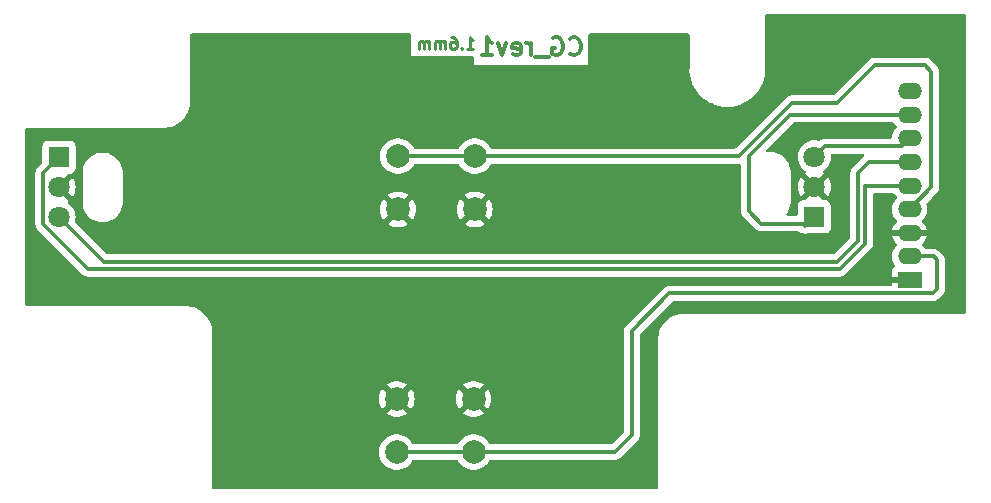
<source format=gbr>
%TF.GenerationSoftware,KiCad,Pcbnew,8.0.4*%
%TF.CreationDate,2024-08-22T22:39:25+01:00*%
%TF.ProjectId,XBox button board_no_LAN-HDD,58426f78-2062-4757-9474-6f6e20626f61,rev?*%
%TF.SameCoordinates,Original*%
%TF.FileFunction,Copper,L2,Bot*%
%TF.FilePolarity,Positive*%
%FSLAX46Y46*%
G04 Gerber Fmt 4.6, Leading zero omitted, Abs format (unit mm)*
G04 Created by KiCad (PCBNEW 8.0.4) date 2024-08-22 22:39:25*
%MOMM*%
%LPD*%
G01*
G04 APERTURE LIST*
%ADD10C,0.300000*%
%TA.AperFunction,NonConductor*%
%ADD11C,0.300000*%
%TD*%
%ADD12C,0.250000*%
%TA.AperFunction,NonConductor*%
%ADD13C,0.250000*%
%TD*%
%TA.AperFunction,ComponentPad*%
%ADD14C,2.000000*%
%TD*%
%TA.AperFunction,ComponentPad*%
%ADD15R,1.800000X1.800000*%
%TD*%
%TA.AperFunction,ComponentPad*%
%ADD16C,1.800000*%
%TD*%
%TA.AperFunction,ComponentPad*%
%ADD17R,2.000000X1.400000*%
%TD*%
%TA.AperFunction,ComponentPad*%
%ADD18O,2.000000X1.400000*%
%TD*%
%TA.AperFunction,Conductor*%
%ADD19C,0.300000*%
%TD*%
G04 APERTURE END LIST*
D10*
D11*
X155549176Y-81507971D02*
X155620604Y-81579400D01*
X155620604Y-81579400D02*
X155834890Y-81650828D01*
X155834890Y-81650828D02*
X155977747Y-81650828D01*
X155977747Y-81650828D02*
X156192033Y-81579400D01*
X156192033Y-81579400D02*
X156334890Y-81436542D01*
X156334890Y-81436542D02*
X156406319Y-81293685D01*
X156406319Y-81293685D02*
X156477747Y-81007971D01*
X156477747Y-81007971D02*
X156477747Y-80793685D01*
X156477747Y-80793685D02*
X156406319Y-80507971D01*
X156406319Y-80507971D02*
X156334890Y-80365114D01*
X156334890Y-80365114D02*
X156192033Y-80222257D01*
X156192033Y-80222257D02*
X155977747Y-80150828D01*
X155977747Y-80150828D02*
X155834890Y-80150828D01*
X155834890Y-80150828D02*
X155620604Y-80222257D01*
X155620604Y-80222257D02*
X155549176Y-80293685D01*
X154120604Y-80222257D02*
X154263462Y-80150828D01*
X154263462Y-80150828D02*
X154477747Y-80150828D01*
X154477747Y-80150828D02*
X154692033Y-80222257D01*
X154692033Y-80222257D02*
X154834890Y-80365114D01*
X154834890Y-80365114D02*
X154906319Y-80507971D01*
X154906319Y-80507971D02*
X154977747Y-80793685D01*
X154977747Y-80793685D02*
X154977747Y-81007971D01*
X154977747Y-81007971D02*
X154906319Y-81293685D01*
X154906319Y-81293685D02*
X154834890Y-81436542D01*
X154834890Y-81436542D02*
X154692033Y-81579400D01*
X154692033Y-81579400D02*
X154477747Y-81650828D01*
X154477747Y-81650828D02*
X154334890Y-81650828D01*
X154334890Y-81650828D02*
X154120604Y-81579400D01*
X154120604Y-81579400D02*
X154049176Y-81507971D01*
X154049176Y-81507971D02*
X154049176Y-81007971D01*
X154049176Y-81007971D02*
X154334890Y-81007971D01*
X153763462Y-81793685D02*
X152620604Y-81793685D01*
X152263462Y-81650828D02*
X152263462Y-80650828D01*
X152263462Y-80936542D02*
X152192033Y-80793685D01*
X152192033Y-80793685D02*
X152120605Y-80722257D01*
X152120605Y-80722257D02*
X151977747Y-80650828D01*
X151977747Y-80650828D02*
X151834890Y-80650828D01*
X150763462Y-81579400D02*
X150906319Y-81650828D01*
X150906319Y-81650828D02*
X151192034Y-81650828D01*
X151192034Y-81650828D02*
X151334891Y-81579400D01*
X151334891Y-81579400D02*
X151406319Y-81436542D01*
X151406319Y-81436542D02*
X151406319Y-80865114D01*
X151406319Y-80865114D02*
X151334891Y-80722257D01*
X151334891Y-80722257D02*
X151192034Y-80650828D01*
X151192034Y-80650828D02*
X150906319Y-80650828D01*
X150906319Y-80650828D02*
X150763462Y-80722257D01*
X150763462Y-80722257D02*
X150692034Y-80865114D01*
X150692034Y-80865114D02*
X150692034Y-81007971D01*
X150692034Y-81007971D02*
X151406319Y-81150828D01*
X150192034Y-80650828D02*
X149834891Y-81650828D01*
X149834891Y-81650828D02*
X149477748Y-80650828D01*
X148120605Y-81650828D02*
X148977748Y-81650828D01*
X148549177Y-81650828D02*
X148549177Y-80150828D01*
X148549177Y-80150828D02*
X148692034Y-80365114D01*
X148692034Y-80365114D02*
X148834891Y-80507971D01*
X148834891Y-80507971D02*
X148977748Y-80579400D01*
D12*
D13*
X146823622Y-81114619D02*
X147395050Y-81114619D01*
X147109336Y-81114619D02*
X147109336Y-80114619D01*
X147109336Y-80114619D02*
X147204574Y-80257476D01*
X147204574Y-80257476D02*
X147299812Y-80352714D01*
X147299812Y-80352714D02*
X147395050Y-80400333D01*
X146395050Y-81019380D02*
X146347431Y-81067000D01*
X146347431Y-81067000D02*
X146395050Y-81114619D01*
X146395050Y-81114619D02*
X146442669Y-81067000D01*
X146442669Y-81067000D02*
X146395050Y-81019380D01*
X146395050Y-81019380D02*
X146395050Y-81114619D01*
X145490289Y-80114619D02*
X145680765Y-80114619D01*
X145680765Y-80114619D02*
X145776003Y-80162238D01*
X145776003Y-80162238D02*
X145823622Y-80209857D01*
X145823622Y-80209857D02*
X145918860Y-80352714D01*
X145918860Y-80352714D02*
X145966479Y-80543190D01*
X145966479Y-80543190D02*
X145966479Y-80924142D01*
X145966479Y-80924142D02*
X145918860Y-81019380D01*
X145918860Y-81019380D02*
X145871241Y-81067000D01*
X145871241Y-81067000D02*
X145776003Y-81114619D01*
X145776003Y-81114619D02*
X145585527Y-81114619D01*
X145585527Y-81114619D02*
X145490289Y-81067000D01*
X145490289Y-81067000D02*
X145442670Y-81019380D01*
X145442670Y-81019380D02*
X145395051Y-80924142D01*
X145395051Y-80924142D02*
X145395051Y-80686047D01*
X145395051Y-80686047D02*
X145442670Y-80590809D01*
X145442670Y-80590809D02*
X145490289Y-80543190D01*
X145490289Y-80543190D02*
X145585527Y-80495571D01*
X145585527Y-80495571D02*
X145776003Y-80495571D01*
X145776003Y-80495571D02*
X145871241Y-80543190D01*
X145871241Y-80543190D02*
X145918860Y-80590809D01*
X145918860Y-80590809D02*
X145966479Y-80686047D01*
X144966479Y-81114619D02*
X144966479Y-80447952D01*
X144966479Y-80543190D02*
X144918860Y-80495571D01*
X144918860Y-80495571D02*
X144823622Y-80447952D01*
X144823622Y-80447952D02*
X144680765Y-80447952D01*
X144680765Y-80447952D02*
X144585527Y-80495571D01*
X144585527Y-80495571D02*
X144537908Y-80590809D01*
X144537908Y-80590809D02*
X144537908Y-81114619D01*
X144537908Y-80590809D02*
X144490289Y-80495571D01*
X144490289Y-80495571D02*
X144395051Y-80447952D01*
X144395051Y-80447952D02*
X144252194Y-80447952D01*
X144252194Y-80447952D02*
X144156955Y-80495571D01*
X144156955Y-80495571D02*
X144109336Y-80590809D01*
X144109336Y-80590809D02*
X144109336Y-81114619D01*
X143633146Y-81114619D02*
X143633146Y-80447952D01*
X143633146Y-80543190D02*
X143585527Y-80495571D01*
X143585527Y-80495571D02*
X143490289Y-80447952D01*
X143490289Y-80447952D02*
X143347432Y-80447952D01*
X143347432Y-80447952D02*
X143252194Y-80495571D01*
X143252194Y-80495571D02*
X143204575Y-80590809D01*
X143204575Y-80590809D02*
X143204575Y-81114619D01*
X143204575Y-80590809D02*
X143156956Y-80495571D01*
X143156956Y-80495571D02*
X143061718Y-80447952D01*
X143061718Y-80447952D02*
X142918861Y-80447952D01*
X142918861Y-80447952D02*
X142823622Y-80495571D01*
X142823622Y-80495571D02*
X142776003Y-80590809D01*
X142776003Y-80590809D02*
X142776003Y-81114619D01*
D14*
%TO.P,EJECT,1,1*%
%TO.N,GND*%
X147510830Y-94700000D03*
X141010830Y-94700000D03*
%TO.P,EJECT,2,2*%
%TO.N,Net-(J1-Pin_4)*%
X147510830Y-90200000D03*
X141010830Y-90200000D03*
%TD*%
D15*
%TO.P,D1,1,A1*%
%TO.N,Net-(D1-A1)*%
X112308830Y-90279000D03*
D16*
%TO.P,D1,2,K*%
%TO.N,GND*%
X112308830Y-92819000D03*
%TO.P,D1,3,A2*%
%TO.N,Net-(D1-A2)*%
X112308830Y-95359000D03*
%TD*%
D17*
%TO.P,J1,1,Pin_1*%
%TO.N,GND*%
X184317830Y-100693000D03*
D18*
%TO.P,J1,2,Pin_2*%
%TO.N,Net-(J1-Pin_2)*%
X184317830Y-98693000D03*
%TO.P,J1,3,Pin_3*%
%TO.N,GND*%
X184317830Y-96693000D03*
%TO.P,J1,4,Pin_4*%
%TO.N,Net-(J1-Pin_4)*%
X184317830Y-94693000D03*
%TO.P,J1,5,Pin_5*%
%TO.N,Net-(D1-A1)*%
X184317830Y-92693000D03*
%TO.P,J1,6,Pin_6*%
%TO.N,Net-(D1-A2)*%
X184317830Y-90693000D03*
%TO.P,J1,7,Pin_7*%
%TO.N,Net-(D2-A2)*%
X184317830Y-88693000D03*
%TO.P,J1,8,Pin_8*%
%TO.N,Net-(D2-A1)*%
X184317830Y-86693000D03*
%TO.P,J1,9,Pin_9*%
%TO.N,unconnected-(J1-Pin_9-Pad9)*%
X184317830Y-84693000D03*
%TD*%
D14*
%TO.P,POWER,1,1*%
%TO.N,GND*%
X140910830Y-110750000D03*
X147410830Y-110750000D03*
%TO.P,POWER,2,2*%
%TO.N,Net-(J1-Pin_2)*%
X140910830Y-115250000D03*
X147410830Y-115250000D03*
%TD*%
D15*
%TO.P,D2,1,A1*%
%TO.N,Net-(D2-A1)*%
X176250000Y-95330000D03*
D16*
%TO.P,D2,2,K*%
%TO.N,GND*%
X176250000Y-92790000D03*
%TO.P,D2,3,A2*%
%TO.N,Net-(D2-A2)*%
X176250000Y-90250000D03*
%TD*%
D19*
%TO.N,Net-(D1-A1)*%
X110958830Y-95918189D02*
X110958830Y-91629000D01*
X178409358Y-99750000D02*
X114790641Y-99750000D01*
X180617830Y-92693000D02*
X180560830Y-92750000D01*
X110958830Y-91629000D02*
X112308830Y-90279000D01*
X114790641Y-99750000D02*
X110958830Y-95918189D01*
X184317830Y-92693000D02*
X180617830Y-92693000D01*
X180560830Y-97598528D02*
X178409358Y-99750000D01*
X180560830Y-92750000D02*
X180560830Y-97598528D01*
%TO.N,Net-(D1-A2)*%
X179960830Y-97350000D02*
X178160830Y-99150000D01*
X180917830Y-90693000D02*
X179960830Y-91650000D01*
X184317830Y-90693000D02*
X180917830Y-90693000D01*
X179960830Y-91650000D02*
X179960830Y-97350000D01*
X178160830Y-99150000D02*
X116099830Y-99150000D01*
X116099830Y-99150000D02*
X112308830Y-95359000D01*
%TO.N,Net-(D2-A1)*%
X175671213Y-95908787D02*
X176250000Y-95330000D01*
X184317830Y-86693000D02*
X174217830Y-86693000D01*
X175500870Y-96100000D02*
X176130592Y-95470278D01*
X175661491Y-96058787D02*
X176250000Y-95470278D01*
X170698169Y-90212661D02*
X170698169Y-94848169D01*
X171758787Y-95908787D02*
X175671213Y-95908787D01*
X174217830Y-86693000D02*
X170698169Y-90212661D01*
X170698169Y-94848169D02*
X171758787Y-95908787D01*
%TO.N,Net-(J1-Pin_4)*%
X184317830Y-94693000D02*
X186160830Y-92850000D01*
X169862302Y-90200000D02*
X147510830Y-90200000D01*
X186160830Y-92850000D02*
X186160830Y-83050000D01*
X178160830Y-85700000D02*
X174362302Y-85700000D01*
X181360830Y-82500000D02*
X178160830Y-85700000D01*
X141010830Y-90200000D02*
X147510830Y-90200000D01*
X186160830Y-83050000D02*
X185610830Y-82500000D01*
X174362302Y-85700000D02*
X169862302Y-90200000D01*
X185610830Y-82500000D02*
X181360830Y-82500000D01*
%TO.N,Net-(J1-Pin_2)*%
X186660830Y-101450000D02*
X186292830Y-101818000D01*
X186353830Y-98693000D02*
X186660830Y-99000000D01*
X163992830Y-101818000D02*
X160810830Y-105000000D01*
X160810830Y-113800000D02*
X159360830Y-115250000D01*
X140910830Y-115250000D02*
X147410830Y-115250000D01*
X160810830Y-105000000D02*
X160810830Y-113800000D01*
X159360830Y-115250000D02*
X147410830Y-115250000D01*
X186292830Y-101818000D02*
X163992830Y-101818000D01*
X186660830Y-99000000D02*
X186660830Y-101450000D01*
X184317830Y-98693000D02*
X186353830Y-98693000D01*
%TO.N,Net-(D2-A2)*%
X184317830Y-88693000D02*
X183642830Y-89368000D01*
X183642830Y-89368000D02*
X177132000Y-89368000D01*
X177132000Y-89368000D02*
X176250000Y-90250000D01*
%TD*%
%TA.AperFunction,Conductor*%
%TO.N,GND*%
G36*
X183010404Y-87363185D02*
G01*
X183043682Y-87394613D01*
X183078168Y-87442079D01*
X183102141Y-87475074D01*
X183232386Y-87605319D01*
X183265871Y-87666642D01*
X183260887Y-87736334D01*
X183232386Y-87780681D01*
X183102142Y-87910924D01*
X183102142Y-87910925D01*
X183102140Y-87910927D01*
X183083737Y-87936257D01*
X182991070Y-88063800D01*
X182905284Y-88232163D01*
X182846889Y-88411881D01*
X182817331Y-88598504D01*
X182816961Y-88603217D01*
X182792083Y-88668508D01*
X182735856Y-88709984D01*
X182693342Y-88717500D01*
X177067929Y-88717500D01*
X176942261Y-88742497D01*
X176942255Y-88742499D01*
X176823870Y-88791535D01*
X176717334Y-88862720D01*
X176713261Y-88866063D01*
X176648948Y-88893369D01*
X176600165Y-88888113D01*
X176599951Y-88888960D01*
X176594987Y-88887703D01*
X176539836Y-88878500D01*
X176366049Y-88849500D01*
X176133951Y-88849500D01*
X176088164Y-88857140D01*
X175905015Y-88887702D01*
X175685504Y-88963061D01*
X175685495Y-88963064D01*
X175481371Y-89073531D01*
X175481365Y-89073535D01*
X175298222Y-89216081D01*
X175298219Y-89216084D01*
X175141016Y-89386852D01*
X175014075Y-89581151D01*
X174920842Y-89793699D01*
X174863866Y-90018691D01*
X174863864Y-90018702D01*
X174844700Y-90249993D01*
X174844700Y-90250006D01*
X174863864Y-90481297D01*
X174863866Y-90481308D01*
X174920842Y-90706300D01*
X175014075Y-90918848D01*
X175141016Y-91113147D01*
X175141019Y-91113151D01*
X175141021Y-91113153D01*
X175298216Y-91283913D01*
X175474777Y-91421335D01*
X175476225Y-91422462D01*
X175517038Y-91479173D01*
X175520713Y-91548946D01*
X175486082Y-91609629D01*
X175476225Y-91618170D01*
X175451201Y-91637646D01*
X175451200Y-91637647D01*
X176161415Y-92347861D01*
X176076306Y-92370667D01*
X175973694Y-92429910D01*
X175889910Y-92513694D01*
X175830667Y-92616306D01*
X175807861Y-92701415D01*
X175098811Y-91992365D01*
X175014516Y-92121390D01*
X174921317Y-92333864D01*
X174864361Y-92558781D01*
X174845202Y-92789994D01*
X174845202Y-92790005D01*
X174864361Y-93021218D01*
X174921317Y-93246135D01*
X175014515Y-93458606D01*
X175098812Y-93587633D01*
X175807861Y-92878584D01*
X175830667Y-92963694D01*
X175889910Y-93066306D01*
X175973694Y-93150090D01*
X176076306Y-93209333D01*
X176161414Y-93232138D01*
X175500371Y-93893181D01*
X175439048Y-93926666D01*
X175412691Y-93929500D01*
X175302130Y-93929500D01*
X175302123Y-93929501D01*
X175242516Y-93935908D01*
X175107671Y-93986202D01*
X175107664Y-93986206D01*
X174992455Y-94072452D01*
X174992452Y-94072455D01*
X174906206Y-94187664D01*
X174906202Y-94187671D01*
X174855908Y-94322517D01*
X174849501Y-94382116D01*
X174849501Y-94382123D01*
X174849500Y-94382135D01*
X174849500Y-95134287D01*
X174829815Y-95201326D01*
X174777011Y-95247081D01*
X174725500Y-95258287D01*
X174018944Y-95258287D01*
X173951905Y-95238602D01*
X173906150Y-95185798D01*
X173896206Y-95116640D01*
X173916488Y-95064438D01*
X174026805Y-94902634D01*
X174137389Y-94673004D01*
X174212513Y-94429458D01*
X174250500Y-94177435D01*
X174250500Y-94050000D01*
X174250500Y-94010118D01*
X174250500Y-91510118D01*
X174250500Y-91422565D01*
X174212513Y-91170542D01*
X174137389Y-90926996D01*
X174107961Y-90865888D01*
X174026809Y-90697373D01*
X174026808Y-90697372D01*
X174026807Y-90697371D01*
X174026805Y-90697366D01*
X173883232Y-90486783D01*
X173709877Y-90299950D01*
X173510612Y-90141041D01*
X173289888Y-90013607D01*
X173052637Y-89920492D01*
X173052630Y-89920490D01*
X172804154Y-89863777D01*
X172550005Y-89844732D01*
X172549995Y-89844732D01*
X172295844Y-89863777D01*
X172289360Y-89865257D01*
X172219621Y-89860981D01*
X172163265Y-89819681D01*
X172138183Y-89754468D01*
X172152340Y-89686048D01*
X172174086Y-89656688D01*
X174450957Y-87379819D01*
X174512280Y-87346334D01*
X174538638Y-87343500D01*
X182943365Y-87343500D01*
X183010404Y-87363185D01*
G37*
%TD.AperFunction*%
%TA.AperFunction,Conductor*%
G36*
X188946334Y-78160493D02*
G01*
X189013371Y-78180179D01*
X189059125Y-78232984D01*
X189070330Y-78284493D01*
X189070330Y-103416500D01*
X189050645Y-103483539D01*
X188997841Y-103529294D01*
X188946330Y-103540500D01*
X165184040Y-103540500D01*
X165183741Y-103540528D01*
X165102724Y-103540528D01*
X164838450Y-103572614D01*
X164838449Y-103572614D01*
X164579992Y-103636314D01*
X164331071Y-103730713D01*
X164095350Y-103854426D01*
X164095338Y-103854433D01*
X163876266Y-104005645D01*
X163677000Y-104182177D01*
X163500469Y-104381437D01*
X163456734Y-104444798D01*
X163349238Y-104600530D01*
X163225529Y-104836235D01*
X163131126Y-105085154D01*
X163067418Y-105343627D01*
X163035330Y-105607892D01*
X163035330Y-118275500D01*
X163015645Y-118342539D01*
X162962841Y-118388294D01*
X162911330Y-118399500D01*
X125374644Y-118399500D01*
X125307605Y-118379815D01*
X125261850Y-118327011D01*
X125250644Y-118275445D01*
X125251376Y-116628827D01*
X125253989Y-110749994D01*
X139405689Y-110749994D01*
X139405689Y-110750005D01*
X139426215Y-110997729D01*
X139426217Y-110997738D01*
X139487242Y-111238717D01*
X139587096Y-111466364D01*
X139687394Y-111619882D01*
X140387042Y-110920234D01*
X140398312Y-110962292D01*
X140470720Y-111087708D01*
X140573122Y-111190110D01*
X140698538Y-111262518D01*
X140740595Y-111273787D01*
X140040772Y-111973609D01*
X140087598Y-112010055D01*
X140087600Y-112010056D01*
X140306215Y-112128364D01*
X140306226Y-112128369D01*
X140541336Y-112209083D01*
X140786537Y-112250000D01*
X141035123Y-112250000D01*
X141280323Y-112209083D01*
X141515433Y-112128369D01*
X141515444Y-112128364D01*
X141734058Y-112010057D01*
X141734061Y-112010055D01*
X141780886Y-111973609D01*
X141081064Y-111273787D01*
X141123122Y-111262518D01*
X141248538Y-111190110D01*
X141350940Y-111087708D01*
X141423348Y-110962292D01*
X141434617Y-110920234D01*
X142134264Y-111619882D01*
X142234561Y-111466369D01*
X142334417Y-111238717D01*
X142395442Y-110997738D01*
X142395444Y-110997729D01*
X142415971Y-110750005D01*
X142415971Y-110749994D01*
X145905689Y-110749994D01*
X145905689Y-110750005D01*
X145926215Y-110997729D01*
X145926217Y-110997738D01*
X145987242Y-111238717D01*
X146087096Y-111466364D01*
X146187394Y-111619882D01*
X146887042Y-110920234D01*
X146898312Y-110962292D01*
X146970720Y-111087708D01*
X147073122Y-111190110D01*
X147198538Y-111262518D01*
X147240595Y-111273787D01*
X146540772Y-111973609D01*
X146587598Y-112010055D01*
X146587600Y-112010056D01*
X146806215Y-112128364D01*
X146806226Y-112128369D01*
X147041336Y-112209083D01*
X147286537Y-112250000D01*
X147535123Y-112250000D01*
X147780323Y-112209083D01*
X148015433Y-112128369D01*
X148015444Y-112128364D01*
X148234058Y-112010057D01*
X148234061Y-112010055D01*
X148280886Y-111973609D01*
X147581064Y-111273787D01*
X147623122Y-111262518D01*
X147748538Y-111190110D01*
X147850940Y-111087708D01*
X147923348Y-110962292D01*
X147934617Y-110920234D01*
X148634264Y-111619882D01*
X148734561Y-111466369D01*
X148834417Y-111238717D01*
X148895442Y-110997738D01*
X148895444Y-110997729D01*
X148915971Y-110750005D01*
X148915971Y-110749994D01*
X148895444Y-110502270D01*
X148895442Y-110502261D01*
X148834417Y-110261282D01*
X148734561Y-110033630D01*
X148634264Y-109880116D01*
X147934617Y-110579764D01*
X147923348Y-110537708D01*
X147850940Y-110412292D01*
X147748538Y-110309890D01*
X147623122Y-110237482D01*
X147581065Y-110226212D01*
X148280887Y-109526390D01*
X148280886Y-109526389D01*
X148234059Y-109489943D01*
X148015444Y-109371635D01*
X148015433Y-109371630D01*
X147780323Y-109290916D01*
X147535123Y-109250000D01*
X147286537Y-109250000D01*
X147041336Y-109290916D01*
X146806226Y-109371630D01*
X146806220Y-109371632D01*
X146587591Y-109489949D01*
X146540772Y-109526388D01*
X146540772Y-109526390D01*
X147240595Y-110226212D01*
X147198538Y-110237482D01*
X147073122Y-110309890D01*
X146970720Y-110412292D01*
X146898312Y-110537708D01*
X146887042Y-110579764D01*
X146187394Y-109880116D01*
X146087097Y-110033632D01*
X145987242Y-110261282D01*
X145926217Y-110502261D01*
X145926215Y-110502270D01*
X145905689Y-110749994D01*
X142415971Y-110749994D01*
X142395444Y-110502270D01*
X142395442Y-110502261D01*
X142334417Y-110261282D01*
X142234561Y-110033630D01*
X142134264Y-109880116D01*
X141434617Y-110579764D01*
X141423348Y-110537708D01*
X141350940Y-110412292D01*
X141248538Y-110309890D01*
X141123122Y-110237482D01*
X141081065Y-110226212D01*
X141780887Y-109526390D01*
X141780886Y-109526389D01*
X141734059Y-109489943D01*
X141515444Y-109371635D01*
X141515433Y-109371630D01*
X141280323Y-109290916D01*
X141035123Y-109250000D01*
X140786537Y-109250000D01*
X140541336Y-109290916D01*
X140306226Y-109371630D01*
X140306220Y-109371632D01*
X140087591Y-109489949D01*
X140040772Y-109526388D01*
X140040772Y-109526390D01*
X140740595Y-110226212D01*
X140698538Y-110237482D01*
X140573122Y-110309890D01*
X140470720Y-110412292D01*
X140398312Y-110537708D01*
X140387042Y-110579764D01*
X139687394Y-109880116D01*
X139587097Y-110033632D01*
X139487242Y-110261282D01*
X139426217Y-110502261D01*
X139426215Y-110502270D01*
X139405689Y-110749994D01*
X125253989Y-110749994D01*
X125256518Y-105061196D01*
X125256516Y-105061192D01*
X125256522Y-105049366D01*
X125256520Y-105049351D01*
X125256554Y-104967892D01*
X125224546Y-104703450D01*
X125221696Y-104691873D01*
X125160880Y-104444802D01*
X125160879Y-104444801D01*
X125160879Y-104444798D01*
X125066482Y-104195712D01*
X124942734Y-103959830D01*
X124869995Y-103854426D01*
X124791439Y-103740592D01*
X124791438Y-103740591D01*
X124614811Y-103541203D01*
X124415421Y-103364569D01*
X124196185Y-103213275D01*
X123960303Y-103089523D01*
X123711224Y-102995127D01*
X123452570Y-102931457D01*
X123452564Y-102931456D01*
X123188134Y-102899447D01*
X123188129Y-102899447D01*
X123187559Y-102899447D01*
X123109275Y-102899478D01*
X123109264Y-102899477D01*
X123064268Y-102899495D01*
X123064269Y-102899496D01*
X123054943Y-102899500D01*
X123015061Y-102899516D01*
X123015061Y-102899517D01*
X123015059Y-102899517D01*
X122632436Y-102899683D01*
X109585384Y-102905358D01*
X109518336Y-102885703D01*
X109472558Y-102832919D01*
X109461330Y-102781358D01*
X109461330Y-91564928D01*
X110308330Y-91564928D01*
X110308330Y-95982258D01*
X110319007Y-96035930D01*
X110319007Y-96035933D01*
X110333327Y-96107925D01*
X110333329Y-96107933D01*
X110371464Y-96200000D01*
X110382365Y-96226316D01*
X110426921Y-96293000D01*
X110453556Y-96332862D01*
X114375967Y-100255273D01*
X114375970Y-100255275D01*
X114375972Y-100255277D01*
X114482514Y-100326465D01*
X114600897Y-100375501D01*
X114600901Y-100375501D01*
X114600902Y-100375502D01*
X114726569Y-100400500D01*
X114726572Y-100400500D01*
X178473429Y-100400500D01*
X178557973Y-100383682D01*
X178599102Y-100375501D01*
X178717485Y-100326465D01*
X178824027Y-100255277D01*
X181066107Y-98013197D01*
X181137295Y-97906655D01*
X181186331Y-97788272D01*
X181196733Y-97735981D01*
X181211330Y-97662599D01*
X181211330Y-93467500D01*
X181231015Y-93400461D01*
X181283819Y-93354706D01*
X181335330Y-93343500D01*
X182943365Y-93343500D01*
X183010404Y-93363185D01*
X183043682Y-93394613D01*
X183076616Y-93439943D01*
X183102141Y-93475074D01*
X183232386Y-93605319D01*
X183265871Y-93666642D01*
X183260887Y-93736334D01*
X183232386Y-93780681D01*
X183102142Y-93910924D01*
X183102142Y-93910925D01*
X183102140Y-93910927D01*
X183067576Y-93958500D01*
X182991070Y-94063800D01*
X182905284Y-94232163D01*
X182846889Y-94411881D01*
X182817330Y-94598513D01*
X182817330Y-94787486D01*
X182846889Y-94974118D01*
X182905284Y-95153836D01*
X182958505Y-95258287D01*
X182991070Y-95322199D01*
X183102140Y-95475073D01*
X183102142Y-95475075D01*
X183232739Y-95605672D01*
X183266224Y-95666995D01*
X183261240Y-95736687D01*
X183232739Y-95781034D01*
X183102519Y-95911253D01*
X183102515Y-95911258D01*
X182991500Y-96064059D01*
X182905744Y-96232362D01*
X182847378Y-96411997D01*
X182842468Y-96443000D01*
X184002144Y-96443000D01*
X183997750Y-96447394D01*
X183945089Y-96538606D01*
X183917830Y-96640339D01*
X183917830Y-96745661D01*
X183945089Y-96847394D01*
X183997750Y-96938606D01*
X184002144Y-96943000D01*
X182842468Y-96943000D01*
X182847378Y-96974002D01*
X182905744Y-97153637D01*
X182991500Y-97321940D01*
X183102515Y-97474741D01*
X183102519Y-97474746D01*
X183232739Y-97604966D01*
X183266224Y-97666289D01*
X183261240Y-97735981D01*
X183232739Y-97780328D01*
X183102142Y-97910924D01*
X183102142Y-97910925D01*
X183102140Y-97910927D01*
X183054440Y-97976579D01*
X182991070Y-98063800D01*
X182905284Y-98232163D01*
X182846889Y-98411881D01*
X182817330Y-98598513D01*
X182817330Y-98787486D01*
X182846889Y-98974118D01*
X182905284Y-99153836D01*
X182991070Y-99322199D01*
X183056082Y-99411680D01*
X183079562Y-99477485D01*
X183063737Y-99545539D01*
X183030076Y-99583831D01*
X182960639Y-99635812D01*
X182874479Y-99750906D01*
X182874475Y-99750913D01*
X182824233Y-99885620D01*
X182824231Y-99885627D01*
X182817830Y-99945155D01*
X182817830Y-100443000D01*
X184002144Y-100443000D01*
X183997750Y-100447394D01*
X183945089Y-100538606D01*
X183917830Y-100640339D01*
X183917830Y-100745661D01*
X183945089Y-100847394D01*
X183997750Y-100938606D01*
X184002144Y-100943000D01*
X182817830Y-100943000D01*
X182817830Y-101043500D01*
X182798145Y-101110539D01*
X182745341Y-101156294D01*
X182693830Y-101167500D01*
X163928759Y-101167500D01*
X163803091Y-101192497D01*
X163803081Y-101192500D01*
X163754050Y-101212810D01*
X163684711Y-101241530D01*
X163684693Y-101241540D01*
X163578162Y-101312721D01*
X163578155Y-101312727D01*
X160305556Y-104585326D01*
X160234364Y-104691874D01*
X160185329Y-104810255D01*
X160185327Y-104810261D01*
X160160330Y-104935928D01*
X160160330Y-113479192D01*
X160140645Y-113546231D01*
X160124011Y-113566873D01*
X159127703Y-114563181D01*
X159066380Y-114596666D01*
X159040022Y-114599500D01*
X148844667Y-114599500D01*
X148777628Y-114579815D01*
X148738268Y-114537384D01*
X148737808Y-114537686D01*
X148736044Y-114534987D01*
X148735616Y-114534525D01*
X148735003Y-114533393D01*
X148598996Y-114325217D01*
X148577387Y-114301744D01*
X148430574Y-114142262D01*
X148234339Y-113989526D01*
X148234337Y-113989525D01*
X148234336Y-113989524D01*
X148015641Y-113871172D01*
X148015632Y-113871169D01*
X147780446Y-113790429D01*
X147535165Y-113749500D01*
X147286495Y-113749500D01*
X147041213Y-113790429D01*
X146806027Y-113871169D01*
X146806018Y-113871172D01*
X146587323Y-113989524D01*
X146391087Y-114142261D01*
X146222663Y-114325217D01*
X146086656Y-114533393D01*
X146086044Y-114534525D01*
X146085672Y-114534898D01*
X146083852Y-114537686D01*
X146083278Y-114537311D01*
X146036821Y-114584112D01*
X145976993Y-114599500D01*
X142344667Y-114599500D01*
X142277628Y-114579815D01*
X142238268Y-114537384D01*
X142237808Y-114537686D01*
X142236044Y-114534987D01*
X142235616Y-114534525D01*
X142235003Y-114533393D01*
X142098996Y-114325217D01*
X142077387Y-114301744D01*
X141930574Y-114142262D01*
X141734339Y-113989526D01*
X141734337Y-113989525D01*
X141734336Y-113989524D01*
X141515641Y-113871172D01*
X141515632Y-113871169D01*
X141280446Y-113790429D01*
X141035165Y-113749500D01*
X140786495Y-113749500D01*
X140541213Y-113790429D01*
X140306027Y-113871169D01*
X140306018Y-113871172D01*
X140087323Y-113989524D01*
X139891087Y-114142261D01*
X139722663Y-114325217D01*
X139586656Y-114533393D01*
X139486766Y-114761118D01*
X139425722Y-115002175D01*
X139425720Y-115002187D01*
X139405187Y-115249994D01*
X139405187Y-115250005D01*
X139425720Y-115497812D01*
X139425722Y-115497824D01*
X139486766Y-115738881D01*
X139586656Y-115966606D01*
X139722663Y-116174782D01*
X139722666Y-116174785D01*
X139891086Y-116357738D01*
X140087321Y-116510474D01*
X140306020Y-116628828D01*
X140541216Y-116709571D01*
X140786495Y-116750500D01*
X141035165Y-116750500D01*
X141280444Y-116709571D01*
X141515640Y-116628828D01*
X141734339Y-116510474D01*
X141930574Y-116357738D01*
X142098994Y-116174785D01*
X142235003Y-115966607D01*
X142235005Y-115966601D01*
X142235616Y-115965475D01*
X142235987Y-115965101D01*
X142237808Y-115962314D01*
X142238381Y-115962688D01*
X142284839Y-115915888D01*
X142344667Y-115900500D01*
X145976993Y-115900500D01*
X146044032Y-115920185D01*
X146083391Y-115962615D01*
X146083852Y-115962314D01*
X146085615Y-115965012D01*
X146086044Y-115965475D01*
X146086656Y-115966606D01*
X146222663Y-116174782D01*
X146222666Y-116174785D01*
X146391086Y-116357738D01*
X146587321Y-116510474D01*
X146806020Y-116628828D01*
X147041216Y-116709571D01*
X147286495Y-116750500D01*
X147535165Y-116750500D01*
X147780444Y-116709571D01*
X148015640Y-116628828D01*
X148234339Y-116510474D01*
X148430574Y-116357738D01*
X148598994Y-116174785D01*
X148735003Y-115966607D01*
X148735005Y-115966601D01*
X148735616Y-115965475D01*
X148735987Y-115965101D01*
X148737808Y-115962314D01*
X148738381Y-115962688D01*
X148784839Y-115915888D01*
X148844667Y-115900500D01*
X159424901Y-115900500D01*
X159509445Y-115883682D01*
X159550574Y-115875501D01*
X159668957Y-115826465D01*
X159775499Y-115755277D01*
X161316107Y-114214669D01*
X161387296Y-114108126D01*
X161436331Y-113989743D01*
X161461330Y-113864069D01*
X161461330Y-113735931D01*
X161461330Y-105320808D01*
X161481015Y-105253769D01*
X161497649Y-105233127D01*
X164225957Y-102504819D01*
X164287280Y-102471334D01*
X164313638Y-102468500D01*
X186356901Y-102468500D01*
X186441445Y-102451682D01*
X186482574Y-102443501D01*
X186600957Y-102394465D01*
X186707499Y-102323277D01*
X187166107Y-101864669D01*
X187237296Y-101758126D01*
X187286331Y-101639743D01*
X187311330Y-101514069D01*
X187311330Y-101385931D01*
X187311330Y-98935931D01*
X187311330Y-98935928D01*
X187286332Y-98810261D01*
X187286331Y-98810260D01*
X187286331Y-98810256D01*
X187255296Y-98735331D01*
X187237296Y-98691874D01*
X187166107Y-98585331D01*
X187166102Y-98585325D01*
X186768503Y-98187726D01*
X186768499Y-98187723D01*
X186661957Y-98116535D01*
X186543574Y-98067499D01*
X186524983Y-98063801D01*
X186524978Y-98063800D01*
X186417901Y-98042500D01*
X186417899Y-98042500D01*
X185692295Y-98042500D01*
X185625256Y-98022815D01*
X185591977Y-97991386D01*
X185533520Y-97910927D01*
X185402921Y-97780328D01*
X185369436Y-97719005D01*
X185374420Y-97649313D01*
X185402921Y-97604966D01*
X185533140Y-97474746D01*
X185533144Y-97474741D01*
X185644159Y-97321940D01*
X185729915Y-97153637D01*
X185788281Y-96974002D01*
X185793192Y-96943000D01*
X184633516Y-96943000D01*
X184637910Y-96938606D01*
X184690571Y-96847394D01*
X184717830Y-96745661D01*
X184717830Y-96640339D01*
X184690571Y-96538606D01*
X184637910Y-96447394D01*
X184633516Y-96443000D01*
X185793192Y-96443000D01*
X185788281Y-96411997D01*
X185729915Y-96232362D01*
X185644159Y-96064059D01*
X185533144Y-95911258D01*
X185533140Y-95911253D01*
X185402921Y-95781034D01*
X185369436Y-95719711D01*
X185374420Y-95650019D01*
X185402921Y-95605672D01*
X185438711Y-95569882D01*
X185533520Y-95475073D01*
X185644590Y-95322199D01*
X185730377Y-95153832D01*
X185788770Y-94974118D01*
X185798571Y-94912238D01*
X185818330Y-94787486D01*
X185818330Y-94598513D01*
X185788770Y-94411881D01*
X185759733Y-94322516D01*
X185746066Y-94280456D01*
X185744072Y-94210617D01*
X185776317Y-94154458D01*
X186194442Y-93736334D01*
X186666107Y-93264669D01*
X186737296Y-93158126D01*
X186786331Y-93039743D01*
X186794013Y-93001127D01*
X186811330Y-92914069D01*
X186811330Y-82985931D01*
X186811330Y-82985928D01*
X186786332Y-82860261D01*
X186786331Y-82860260D01*
X186786331Y-82860256D01*
X186737295Y-82741873D01*
X186702464Y-82689744D01*
X186702464Y-82689743D01*
X186666109Y-82635334D01*
X186666103Y-82635326D01*
X186025503Y-81994726D01*
X186025499Y-81994723D01*
X185918957Y-81923535D01*
X185800574Y-81874499D01*
X185800568Y-81874497D01*
X185674901Y-81849500D01*
X185674899Y-81849500D01*
X181296761Y-81849500D01*
X181296759Y-81849500D01*
X181171091Y-81874497D01*
X181171085Y-81874499D01*
X181052700Y-81923535D01*
X180946161Y-81994722D01*
X180946154Y-81994728D01*
X177927703Y-85013181D01*
X177866380Y-85046666D01*
X177840022Y-85049500D01*
X174298231Y-85049500D01*
X174172563Y-85074497D01*
X174172557Y-85074499D01*
X174054176Y-85123534D01*
X173947628Y-85194726D01*
X173947627Y-85194727D01*
X169629175Y-89513181D01*
X169567852Y-89546666D01*
X169541494Y-89549500D01*
X148944667Y-89549500D01*
X148877628Y-89529815D01*
X148838268Y-89487384D01*
X148837808Y-89487686D01*
X148836044Y-89484987D01*
X148835616Y-89484525D01*
X148835003Y-89483393D01*
X148698996Y-89275217D01*
X148571453Y-89136669D01*
X148530574Y-89092262D01*
X148334339Y-88939526D01*
X148334337Y-88939525D01*
X148334336Y-88939524D01*
X148115641Y-88821172D01*
X148115632Y-88821169D01*
X147880446Y-88740429D01*
X147635165Y-88699500D01*
X147386495Y-88699500D01*
X147141213Y-88740429D01*
X146906027Y-88821169D01*
X146906018Y-88821172D01*
X146687323Y-88939524D01*
X146491087Y-89092261D01*
X146322663Y-89275217D01*
X146186656Y-89483393D01*
X146186044Y-89484525D01*
X146185672Y-89484898D01*
X146183852Y-89487686D01*
X146183278Y-89487311D01*
X146136821Y-89534112D01*
X146076993Y-89549500D01*
X142444667Y-89549500D01*
X142377628Y-89529815D01*
X142338268Y-89487384D01*
X142337808Y-89487686D01*
X142336044Y-89484987D01*
X142335616Y-89484525D01*
X142335003Y-89483393D01*
X142198996Y-89275217D01*
X142071453Y-89136669D01*
X142030574Y-89092262D01*
X141834339Y-88939526D01*
X141834337Y-88939525D01*
X141834336Y-88939524D01*
X141615641Y-88821172D01*
X141615632Y-88821169D01*
X141380446Y-88740429D01*
X141135165Y-88699500D01*
X140886495Y-88699500D01*
X140641213Y-88740429D01*
X140406027Y-88821169D01*
X140406018Y-88821172D01*
X140187323Y-88939524D01*
X139991087Y-89092261D01*
X139822663Y-89275217D01*
X139686656Y-89483393D01*
X139586766Y-89711118D01*
X139525722Y-89952175D01*
X139525720Y-89952187D01*
X139505187Y-90199994D01*
X139505187Y-90200005D01*
X139525720Y-90447812D01*
X139525722Y-90447824D01*
X139586766Y-90688881D01*
X139686656Y-90916606D01*
X139822663Y-91124782D01*
X139822666Y-91124785D01*
X139991086Y-91307738D01*
X140187321Y-91460474D01*
X140221874Y-91479173D01*
X140380340Y-91564931D01*
X140406020Y-91578828D01*
X140641216Y-91659571D01*
X140886495Y-91700500D01*
X141135165Y-91700500D01*
X141380444Y-91659571D01*
X141615640Y-91578828D01*
X141834339Y-91460474D01*
X142030574Y-91307738D01*
X142198994Y-91124785D01*
X142335003Y-90916607D01*
X142335005Y-90916601D01*
X142335616Y-90915475D01*
X142335987Y-90915101D01*
X142337808Y-90912314D01*
X142338381Y-90912688D01*
X142384839Y-90865888D01*
X142444667Y-90850500D01*
X146076993Y-90850500D01*
X146144032Y-90870185D01*
X146183391Y-90912615D01*
X146183852Y-90912314D01*
X146185615Y-90915012D01*
X146186044Y-90915475D01*
X146186656Y-90916606D01*
X146322663Y-91124782D01*
X146322666Y-91124785D01*
X146491086Y-91307738D01*
X146687321Y-91460474D01*
X146721874Y-91479173D01*
X146880340Y-91564931D01*
X146906020Y-91578828D01*
X147141216Y-91659571D01*
X147386495Y-91700500D01*
X147635165Y-91700500D01*
X147880444Y-91659571D01*
X148115640Y-91578828D01*
X148334339Y-91460474D01*
X148530574Y-91307738D01*
X148698994Y-91124785D01*
X148835003Y-90916607D01*
X148835005Y-90916601D01*
X148835616Y-90915475D01*
X148835987Y-90915101D01*
X148837808Y-90912314D01*
X148838381Y-90912688D01*
X148884839Y-90865888D01*
X148944667Y-90850500D01*
X169923669Y-90850500D01*
X169990708Y-90870185D01*
X170036463Y-90922989D01*
X170047669Y-90974500D01*
X170047669Y-94912239D01*
X170069477Y-95021869D01*
X170069477Y-95021871D01*
X170072666Y-95037905D01*
X170072670Y-95037918D01*
X170121701Y-95156292D01*
X170192895Y-95262842D01*
X171344114Y-96414061D01*
X171431317Y-96472328D01*
X171431322Y-96472331D01*
X171431323Y-96472332D01*
X171431322Y-96472332D01*
X171450658Y-96485251D01*
X171450659Y-96485251D01*
X171450660Y-96485252D01*
X171569043Y-96534288D01*
X171569047Y-96534288D01*
X171569048Y-96534289D01*
X171694715Y-96559287D01*
X171694718Y-96559287D01*
X174913434Y-96559287D01*
X174980473Y-96578972D01*
X174987745Y-96584021D01*
X175107664Y-96673793D01*
X175107671Y-96673797D01*
X175242516Y-96724091D01*
X175288329Y-96729016D01*
X175302108Y-96730498D01*
X175302118Y-96730499D01*
X175302127Y-96730500D01*
X175324044Y-96730499D01*
X175348234Y-96732881D01*
X175408971Y-96744963D01*
X175436800Y-96750499D01*
X175436801Y-96750499D01*
X175564940Y-96750499D01*
X175653503Y-96732882D01*
X175677695Y-96730499D01*
X177197871Y-96730499D01*
X177197872Y-96730499D01*
X177257483Y-96724091D01*
X177392331Y-96673796D01*
X177507546Y-96587546D01*
X177593796Y-96472331D01*
X177644091Y-96337483D01*
X177650500Y-96277873D01*
X177650499Y-94382128D01*
X177644091Y-94322517D01*
X177602543Y-94211122D01*
X177593797Y-94187671D01*
X177593793Y-94187664D01*
X177507547Y-94072455D01*
X177507544Y-94072452D01*
X177392335Y-93986206D01*
X177392328Y-93986202D01*
X177257482Y-93935908D01*
X177257483Y-93935908D01*
X177197883Y-93929501D01*
X177197881Y-93929500D01*
X177197873Y-93929500D01*
X177197865Y-93929500D01*
X177087308Y-93929500D01*
X177020269Y-93909815D01*
X176999627Y-93893181D01*
X176338585Y-93232137D01*
X176423694Y-93209333D01*
X176526306Y-93150090D01*
X176610090Y-93066306D01*
X176669333Y-92963694D01*
X176692138Y-92878585D01*
X177401186Y-93587633D01*
X177485482Y-93458611D01*
X177578682Y-93246135D01*
X177635638Y-93021218D01*
X177654798Y-92790005D01*
X177654798Y-92789994D01*
X177635638Y-92558781D01*
X177578682Y-92333864D01*
X177485484Y-92121393D01*
X177401186Y-91992365D01*
X176692137Y-92701414D01*
X176669333Y-92616306D01*
X176610090Y-92513694D01*
X176526306Y-92429910D01*
X176423694Y-92370667D01*
X176338584Y-92347861D01*
X177048797Y-91637647D01*
X177048797Y-91637646D01*
X177023773Y-91618169D01*
X176982961Y-91561459D01*
X176979286Y-91491686D01*
X177013918Y-91431003D01*
X177023760Y-91422473D01*
X177201784Y-91283913D01*
X177358979Y-91113153D01*
X177485924Y-90918849D01*
X177579157Y-90706300D01*
X177636134Y-90481305D01*
X177636135Y-90481297D01*
X177655300Y-90250006D01*
X177655300Y-90250004D01*
X177647241Y-90152739D01*
X177661323Y-90084303D01*
X177710169Y-90034344D01*
X177770818Y-90018500D01*
X180373021Y-90018500D01*
X180440060Y-90038185D01*
X180485815Y-90090989D01*
X180495759Y-90160147D01*
X180466734Y-90223703D01*
X180460702Y-90230181D01*
X179455557Y-91235325D01*
X179455551Y-91235332D01*
X179398398Y-91320869D01*
X179398399Y-91320870D01*
X179398397Y-91320873D01*
X179384365Y-91341873D01*
X179384363Y-91341875D01*
X179384363Y-91341877D01*
X179335329Y-91460255D01*
X179335327Y-91460261D01*
X179310330Y-91585928D01*
X179310330Y-97029192D01*
X179290645Y-97096231D01*
X179274011Y-97116873D01*
X177927703Y-98463181D01*
X177866380Y-98496666D01*
X177840022Y-98499500D01*
X116420638Y-98499500D01*
X116353599Y-98479815D01*
X116332957Y-98463181D01*
X113697323Y-95827547D01*
X113663838Y-95766224D01*
X113664799Y-95709425D01*
X113694961Y-95590317D01*
X113694961Y-95590316D01*
X113694964Y-95590305D01*
X113694965Y-95590297D01*
X113714130Y-95359006D01*
X113714130Y-95358993D01*
X113694965Y-95127702D01*
X113694963Y-95127691D01*
X113637987Y-94902699D01*
X113544754Y-94690151D01*
X113417813Y-94495852D01*
X113417810Y-94495849D01*
X113417809Y-94495847D01*
X113260614Y-94325087D01*
X113082603Y-94186536D01*
X113041791Y-94129826D01*
X113038116Y-94060053D01*
X113072747Y-93999370D01*
X113082602Y-93990831D01*
X113107627Y-93971352D01*
X113107628Y-93971351D01*
X112397415Y-93261138D01*
X112482524Y-93238333D01*
X112585136Y-93179090D01*
X112668920Y-93095306D01*
X112728163Y-92992694D01*
X112750968Y-92907585D01*
X113460016Y-93616633D01*
X113544312Y-93487611D01*
X113637512Y-93275135D01*
X113694468Y-93050218D01*
X113713628Y-92819005D01*
X113713628Y-92818994D01*
X113694468Y-92587781D01*
X113637512Y-92362864D01*
X113544314Y-92150393D01*
X113460016Y-92021365D01*
X112750967Y-92730414D01*
X112728163Y-92645306D01*
X112668920Y-92542694D01*
X112585136Y-92458910D01*
X112482524Y-92399667D01*
X112397414Y-92376861D01*
X113058458Y-91715818D01*
X113119781Y-91682333D01*
X113146139Y-91679499D01*
X113256701Y-91679499D01*
X113256702Y-91679499D01*
X113316313Y-91673091D01*
X113451161Y-91622796D01*
X113566376Y-91536546D01*
X113614277Y-91472559D01*
X114299500Y-91472559D01*
X114299500Y-94227440D01*
X114314219Y-94325086D01*
X114337487Y-94479458D01*
X114337488Y-94479460D01*
X114337489Y-94479466D01*
X114412612Y-94723007D01*
X114523190Y-94952626D01*
X114523191Y-94952627D01*
X114523193Y-94952630D01*
X114523195Y-94952634D01*
X114666768Y-95163217D01*
X114840123Y-95350050D01*
X115039388Y-95508959D01*
X115260112Y-95636393D01*
X115497363Y-95729508D01*
X115745843Y-95786222D01*
X115818459Y-95791663D01*
X115999995Y-95805268D01*
X116000000Y-95805268D01*
X116000005Y-95805268D01*
X116158848Y-95793364D01*
X116254157Y-95786222D01*
X116502637Y-95729508D01*
X116739888Y-95636393D01*
X116960612Y-95508959D01*
X117159877Y-95350050D01*
X117333232Y-95163217D01*
X117476805Y-94952634D01*
X117587389Y-94723004D01*
X117594487Y-94699994D01*
X139505689Y-94699994D01*
X139505689Y-94700005D01*
X139526215Y-94947729D01*
X139526217Y-94947738D01*
X139587242Y-95188717D01*
X139687096Y-95416364D01*
X139787394Y-95569882D01*
X140487042Y-94870234D01*
X140498312Y-94912292D01*
X140570720Y-95037708D01*
X140673122Y-95140110D01*
X140798538Y-95212518D01*
X140840595Y-95223787D01*
X140140772Y-95923609D01*
X140187598Y-95960055D01*
X140187600Y-95960056D01*
X140406215Y-96078364D01*
X140406226Y-96078369D01*
X140641336Y-96159083D01*
X140886537Y-96200000D01*
X141135123Y-96200000D01*
X141380323Y-96159083D01*
X141615433Y-96078369D01*
X141615444Y-96078364D01*
X141834058Y-95960057D01*
X141834061Y-95960055D01*
X141880886Y-95923609D01*
X141181064Y-95223787D01*
X141223122Y-95212518D01*
X141348538Y-95140110D01*
X141450940Y-95037708D01*
X141523348Y-94912292D01*
X141534617Y-94870235D01*
X142234264Y-95569882D01*
X142334561Y-95416369D01*
X142434417Y-95188717D01*
X142495442Y-94947738D01*
X142495444Y-94947729D01*
X142515971Y-94700005D01*
X142515971Y-94699994D01*
X146005689Y-94699994D01*
X146005689Y-94700005D01*
X146026215Y-94947729D01*
X146026217Y-94947738D01*
X146087242Y-95188717D01*
X146187096Y-95416364D01*
X146287394Y-95569882D01*
X146987042Y-94870234D01*
X146998312Y-94912292D01*
X147070720Y-95037708D01*
X147173122Y-95140110D01*
X147298538Y-95212518D01*
X147340595Y-95223787D01*
X146640772Y-95923609D01*
X146687598Y-95960055D01*
X146687600Y-95960056D01*
X146906215Y-96078364D01*
X146906226Y-96078369D01*
X147141336Y-96159083D01*
X147386537Y-96200000D01*
X147635123Y-96200000D01*
X147880323Y-96159083D01*
X148115433Y-96078369D01*
X148115444Y-96078364D01*
X148334058Y-95960057D01*
X148334061Y-95960055D01*
X148380886Y-95923609D01*
X147681064Y-95223787D01*
X147723122Y-95212518D01*
X147848538Y-95140110D01*
X147950940Y-95037708D01*
X148023348Y-94912292D01*
X148034617Y-94870235D01*
X148734264Y-95569882D01*
X148834561Y-95416369D01*
X148934417Y-95188717D01*
X148995442Y-94947738D01*
X148995444Y-94947729D01*
X149015971Y-94700005D01*
X149015971Y-94699994D01*
X148995444Y-94452270D01*
X148995442Y-94452261D01*
X148934417Y-94211282D01*
X148834561Y-93983630D01*
X148734264Y-93830116D01*
X148034617Y-94529764D01*
X148023348Y-94487708D01*
X147950940Y-94362292D01*
X147848538Y-94259890D01*
X147723122Y-94187482D01*
X147681065Y-94176212D01*
X148380887Y-93476390D01*
X148380886Y-93476389D01*
X148334059Y-93439943D01*
X148115444Y-93321635D01*
X148115433Y-93321630D01*
X147880323Y-93240916D01*
X147635123Y-93200000D01*
X147386537Y-93200000D01*
X147141336Y-93240916D01*
X146906226Y-93321630D01*
X146906220Y-93321632D01*
X146687591Y-93439949D01*
X146640772Y-93476388D01*
X146640772Y-93476390D01*
X147340595Y-94176212D01*
X147298538Y-94187482D01*
X147173122Y-94259890D01*
X147070720Y-94362292D01*
X146998312Y-94487708D01*
X146987042Y-94529764D01*
X146287394Y-93830116D01*
X146187097Y-93983632D01*
X146087242Y-94211282D01*
X146026217Y-94452261D01*
X146026215Y-94452270D01*
X146005689Y-94699994D01*
X142515971Y-94699994D01*
X142495444Y-94452270D01*
X142495442Y-94452261D01*
X142434417Y-94211282D01*
X142334561Y-93983630D01*
X142234264Y-93830116D01*
X141534617Y-94529764D01*
X141523348Y-94487708D01*
X141450940Y-94362292D01*
X141348538Y-94259890D01*
X141223122Y-94187482D01*
X141181065Y-94176212D01*
X141880887Y-93476390D01*
X141880886Y-93476389D01*
X141834059Y-93439943D01*
X141615444Y-93321635D01*
X141615433Y-93321630D01*
X141380323Y-93240916D01*
X141135123Y-93200000D01*
X140886537Y-93200000D01*
X140641336Y-93240916D01*
X140406226Y-93321630D01*
X140406220Y-93321632D01*
X140187591Y-93439949D01*
X140140772Y-93476388D01*
X140140772Y-93476390D01*
X140840595Y-94176212D01*
X140798538Y-94187482D01*
X140673122Y-94259890D01*
X140570720Y-94362292D01*
X140498312Y-94487708D01*
X140487042Y-94529764D01*
X139787394Y-93830116D01*
X139687097Y-93983632D01*
X139587242Y-94211282D01*
X139526217Y-94452261D01*
X139526215Y-94452270D01*
X139505689Y-94699994D01*
X117594487Y-94699994D01*
X117662513Y-94479458D01*
X117700500Y-94227435D01*
X117700500Y-94100000D01*
X117700500Y-94060118D01*
X117700500Y-91560118D01*
X117700500Y-91472565D01*
X117662513Y-91220542D01*
X117587389Y-90976996D01*
X117503034Y-90801831D01*
X117476809Y-90747373D01*
X117476808Y-90747372D01*
X117476807Y-90747371D01*
X117476805Y-90747366D01*
X117333232Y-90536783D01*
X117159877Y-90349950D01*
X116960612Y-90191041D01*
X116739888Y-90063607D01*
X116502637Y-89970492D01*
X116502630Y-89970490D01*
X116254154Y-89913777D01*
X116000005Y-89894732D01*
X115999995Y-89894732D01*
X115745845Y-89913777D01*
X115497369Y-89970490D01*
X115497362Y-89970492D01*
X115260109Y-90063608D01*
X115039388Y-90191041D01*
X114840123Y-90349950D01*
X114840121Y-90349952D01*
X114666768Y-90536782D01*
X114523191Y-90747372D01*
X114523190Y-90747373D01*
X114412612Y-90976992D01*
X114337489Y-91220533D01*
X114337488Y-91220538D01*
X114337487Y-91220542D01*
X114335259Y-91235325D01*
X114299500Y-91472559D01*
X113614277Y-91472559D01*
X113652626Y-91421331D01*
X113702921Y-91286483D01*
X113709330Y-91226873D01*
X113709329Y-89331128D01*
X113702921Y-89271517D01*
X113652626Y-89136669D01*
X113652625Y-89136668D01*
X113652623Y-89136664D01*
X113566377Y-89021455D01*
X113566374Y-89021452D01*
X113451165Y-88935206D01*
X113451158Y-88935202D01*
X113316312Y-88884908D01*
X113316313Y-88884908D01*
X113256713Y-88878501D01*
X113256711Y-88878500D01*
X113256703Y-88878500D01*
X113256694Y-88878500D01*
X111360959Y-88878500D01*
X111360953Y-88878501D01*
X111301346Y-88884908D01*
X111166501Y-88935202D01*
X111166494Y-88935206D01*
X111051285Y-89021452D01*
X111051282Y-89021455D01*
X110965036Y-89136664D01*
X110965032Y-89136671D01*
X110914738Y-89271517D01*
X110908331Y-89331116D01*
X110908331Y-89331123D01*
X110908330Y-89331135D01*
X110908330Y-90708191D01*
X110888645Y-90775230D01*
X110872011Y-90795872D01*
X110453555Y-91214328D01*
X110453549Y-91214336D01*
X110383951Y-91318498D01*
X110383946Y-91318506D01*
X110382365Y-91320870D01*
X110382362Y-91320876D01*
X110333330Y-91439251D01*
X110333327Y-91439261D01*
X110308330Y-91564928D01*
X109461330Y-91564928D01*
X109461330Y-87936257D01*
X109481015Y-87869218D01*
X109533819Y-87823463D01*
X109585235Y-87812257D01*
X121098383Y-87803655D01*
X121100426Y-87803851D01*
X121111152Y-87803800D01*
X121111153Y-87803801D01*
X121129340Y-87803715D01*
X121151035Y-87803616D01*
X121151035Y-87803617D01*
X121151253Y-87803616D01*
X121190129Y-87803587D01*
X121190130Y-87803586D01*
X121201058Y-87803578D01*
X121202910Y-87803389D01*
X121288006Y-87803019D01*
X121559818Y-87768896D01*
X121825576Y-87702423D01*
X122081444Y-87604559D01*
X122323730Y-87476716D01*
X122548935Y-87320740D01*
X122753810Y-87138882D01*
X122935397Y-86933767D01*
X122935407Y-86933753D01*
X123091069Y-86708367D01*
X123091070Y-86708364D01*
X123091076Y-86708356D01*
X123218599Y-86465902D01*
X123316126Y-86209904D01*
X123382248Y-85944059D01*
X123416012Y-85672202D01*
X123416270Y-85587216D01*
X123416405Y-85585882D01*
X123416415Y-85567362D01*
X123416431Y-85534907D01*
X123416564Y-85495348D01*
X123416563Y-85495347D01*
X123416601Y-85484212D01*
X123416457Y-85482722D01*
X123416526Y-85347790D01*
X123419268Y-79935729D01*
X123438987Y-79868701D01*
X123491814Y-79822973D01*
X123543266Y-79811793D01*
X142020069Y-79811664D01*
X142087107Y-79831348D01*
X142132862Y-79884152D01*
X142144068Y-79935664D01*
X142144068Y-81746554D01*
X147341105Y-81746554D01*
X147408144Y-81766239D01*
X147453899Y-81819043D01*
X147465105Y-81870554D01*
X147465105Y-82449185D01*
X157135951Y-82449185D01*
X157135951Y-79935559D01*
X157155636Y-79868520D01*
X157208440Y-79822765D01*
X157259949Y-79811559D01*
X165577268Y-79811501D01*
X165644306Y-79831185D01*
X165690061Y-79883989D01*
X165701266Y-79935906D01*
X165692029Y-82764606D01*
X165692023Y-82765542D01*
X165690143Y-82939297D01*
X165690144Y-82939312D01*
X165724325Y-83287682D01*
X165724326Y-83287684D01*
X165796182Y-83630280D01*
X165796184Y-83630287D01*
X165796185Y-83630290D01*
X165904864Y-83963052D01*
X166026535Y-84232168D01*
X166049078Y-84282030D01*
X166074587Y-84325214D01*
X166227113Y-84583430D01*
X166227117Y-84583435D01*
X166227120Y-84583440D01*
X166436856Y-84863685D01*
X166436858Y-84863687D01*
X166436862Y-84863692D01*
X166675838Y-85119488D01*
X166941207Y-85347788D01*
X167229824Y-85545883D01*
X167465184Y-85672202D01*
X167538269Y-85711427D01*
X167554239Y-85717873D01*
X167862879Y-85842454D01*
X167880265Y-85847354D01*
X168199801Y-85937411D01*
X168199807Y-85937412D01*
X168199813Y-85937414D01*
X168545073Y-85995180D01*
X168894566Y-86015067D01*
X168894566Y-86015066D01*
X168894567Y-86015067D01*
X168938264Y-86012788D01*
X169244151Y-85996840D01*
X169589681Y-85940714D01*
X169927062Y-85847355D01*
X170252293Y-85717870D01*
X170561518Y-85553793D01*
X170851072Y-85357071D01*
X171117523Y-85130034D01*
X171357711Y-84875375D01*
X171568788Y-84596112D01*
X171748254Y-84295557D01*
X171893980Y-83977272D01*
X172004238Y-83645030D01*
X172077721Y-83302770D01*
X172077722Y-83302756D01*
X172077724Y-83302748D01*
X172110329Y-82985931D01*
X172113559Y-82954551D01*
X172112500Y-82780470D01*
X172112499Y-82779715D01*
X172112504Y-82741873D01*
X172113141Y-78284182D01*
X172132835Y-78217147D01*
X172185646Y-78171399D01*
X172237142Y-78160201D01*
X188946334Y-78160493D01*
G37*
%TD.AperFunction*%
%TD*%
M02*

</source>
